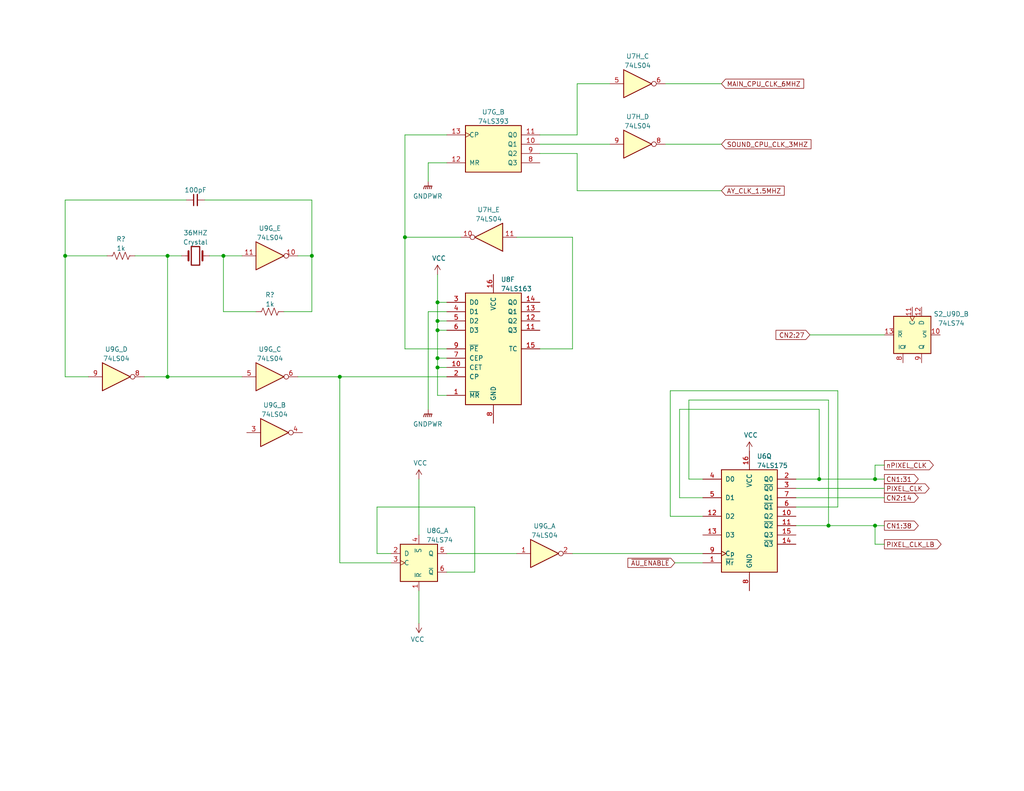
<source format=kicad_sch>
(kicad_sch (version 20211123) (generator eeschema)
  (paper "A")
  (title_block (title "Slapfight Arcade PCB") (company "Schematics created by Neil Ward & Anton Gale"))
  (lib_symbols
    (symbol "74xx:74LS04"
      (property "Reference" "U" (at 0 1.27 0))
      (property "Value" "74LS04" (at 0 -1.27 0))
      (symbol "74LS04_1_0"
        (polyline (pts (xy -3.81 3.81) (xy -3.81 -3.81) (xy 3.81 0) (xy -3.81 3.81)) (stroke (width 0.254)) (fill (type background)))
        (pin input line (at -7.62 0 0) (length 3.81) (name "~") (number "1"))
        (pin output inverted (at 7.62 0 180) (length 3.81) (name "~") (number "2"))
      )
      (symbol "74LS04_2_0"
        (polyline (pts (xy -3.81 3.81) (xy -3.81 -3.81) (xy 3.81 0) (xy -3.81 3.81)) (stroke (width 0.254)) (fill (type background)))
        (pin input line (at -7.62 0 0) (length 3.81) (name "~") (number "3"))
        (pin output inverted (at 7.62 0 180) (length 3.81) (name "~") (number "4"))
      )
      (symbol "74LS04_3_0"
        (polyline (pts (xy -3.81 3.81) (xy -3.81 -3.81) (xy 3.81 0) (xy -3.81 3.81)) (stroke (width 0.254)) (fill (type background)))
        (pin input line (at -7.62 0 0) (length 3.81) (name "~") (number "5"))
        (pin output inverted (at 7.62 0 180) (length 3.81) (name "~") (number "6"))
      )
      (symbol "74LS04_4_0"
        (polyline (pts (xy -3.81 3.81) (xy -3.81 -3.81) (xy 3.81 0) (xy -3.81 3.81)) (stroke (width 0.254)) (fill (type background)))
        (pin output inverted (at 7.62 0 180) (length 3.81) (name "~") (number "8"))
        (pin input line (at -7.62 0 0) (length 3.81) (name "~") (number "9"))
      )
      (symbol "74LS04_5_0"
        (polyline (pts (xy -3.81 3.81) (xy -3.81 -3.81) (xy 3.81 0) (xy -3.81 3.81)) (stroke (width 0.254)) (fill (type background)))
        (pin output inverted (at 7.62 0 180) (length 3.81) (name "~") (number "10"))
        (pin input line (at -7.62 0 0) (length 3.81) (name "~") (number "11"))
      )
      (symbol "74LS04_6_0"
        (polyline (pts (xy -3.81 3.81) (xy -3.81 -3.81) (xy 3.81 0) (xy -3.81 3.81)) (stroke (width 0.254)) (fill (type background)))
        (pin output inverted (at 7.62 0 180) (length 3.81) (name "~") (number "12"))
        (pin input line (at -7.62 0 0) (length 3.81) (name "~") (number "13"))
      )
      (symbol "74LS04_7_0"
        (pin power_in line (at 0 12.7 270) (length 5.08) (name "VCC") (number "14"))
        (pin power_in line (at 0 -12.7 90) (length 5.08) (name "GND") (number "7"))
      )
      (symbol "74LS04_7_1"
        (rectangle (start -5.08 7.62) (end 5.08 -7.62) (stroke (width 0.254)) (fill (type background)))
      )
    )
    (symbol "74xx:74LS163" (pin_names (offset 1.016))
      (property "Reference" "U" (at -7.62 16.51 0))
      (property "Value" "74LS163" (at -7.62 -16.51 0))
      (symbol "74LS163_1_0"
        (pin input line (at -12.7 -12.7 0) (length 5.08) (name "~{MR}") (number "1"))
        (pin input line (at -12.7 -5.08 0) (length 5.08) (name "CET") (number "10"))
        (pin output line (at 12.7 5.08 180) (length 5.08) (name "Q3") (number "11"))
        (pin output line (at 12.7 7.62 180) (length 5.08) (name "Q2") (number "12"))
        (pin output line (at 12.7 10.16 180) (length 5.08) (name "Q1") (number "13"))
        (pin output line (at 12.7 12.7 180) (length 5.08) (name "Q0") (number "14"))
        (pin output line (at 12.7 0 180) (length 5.08) (name "TC") (number "15"))
        (pin power_in line (at 0 20.32 270) (length 5.08) (name "VCC") (number "16"))
        (pin input line (at -12.7 -7.62 0) (length 5.08) (name "CP") (number "2"))
        (pin input line (at -12.7 12.7 0) (length 5.08) (name "D0") (number "3"))
        (pin input line (at -12.7 10.16 0) (length 5.08) (name "D1") (number "4"))
        (pin input line (at -12.7 7.62 0) (length 5.08) (name "D2") (number "5"))
        (pin input line (at -12.7 5.08 0) (length 5.08) (name "D3") (number "6"))
        (pin input line (at -12.7 -2.54 0) (length 5.08) (name "CEP") (number "7"))
        (pin power_in line (at 0 -20.32 90) (length 5.08) (name "GND") (number "8"))
        (pin input line (at -12.7 0 0) (length 5.08) (name "~{PE}") (number "9"))
      )
      (symbol "74LS163_1_1"
        (rectangle (start -7.62 15.24) (end 7.62 -15.24) (stroke (width 0.254)) (fill (type background)))
      )
    )
    (symbol "74xx:74LS175" (pin_names (offset 1.016))
      (property "Reference" "U" (at -7.62 13.97 0))
      (property "Value" "74LS175" (at -7.62 -16.51 0))
      (symbol "74LS175_1_0"
        (pin input line (at -12.7 -12.7 0) (length 5.08) (name "~{Mr}") (number "1"))
        (pin output line (at 12.7 0 180) (length 5.08) (name "Q2") (number "10"))
        (pin output line (at 12.7 -2.54 180) (length 5.08) (name "~{Q2}") (number "11"))
        (pin input line (at -12.7 0 0) (length 5.08) (name "D2") (number "12"))
        (pin input line (at -12.7 -5.08 0) (length 5.08) (name "D3") (number "13"))
        (pin output line (at 12.7 -7.62 180) (length 5.08) (name "~{Q3}") (number "14"))
        (pin output line (at 12.7 -5.08 180) (length 5.08) (name "Q3") (number "15"))
        (pin power_in line (at 0 17.78 270) (length 5.08) (name "VCC") (number "16"))
        (pin output line (at 12.7 10.16 180) (length 5.08) (name "Q0") (number "2"))
        (pin output line (at 12.7 7.62 180) (length 5.08) (name "~{Q0}") (number "3"))
        (pin input line (at -12.7 10.16 0) (length 5.08) (name "D0") (number "4"))
        (pin input line (at -12.7 5.08 0) (length 5.08) (name "D1") (number "5"))
        (pin output line (at 12.7 2.54 180) (length 5.08) (name "~{Q1}") (number "6"))
        (pin output line (at 12.7 5.08 180) (length 5.08) (name "Q1") (number "7"))
        (pin power_in line (at 0 -20.32 90) (length 5.08) (name "GND") (number "8"))
        (pin input clock (at -12.7 -10.16 0) (length 5.08) (name "Cp") (number "9"))
      )
      (symbol "74LS175_1_1"
        (rectangle (start -7.62 12.7) (end 7.62 -15.24) (stroke (width 0.254)) (fill (type background)))
      )
    )
    (symbol "74xx:74LS393" (pin_names (offset 1.016))
      (property "Reference" "U" (at -7.62 8.89 0))
      (property "Value" "74LS393" (at -7.62 -8.89 0))
      (symbol "74LS393_1_0"
        (pin input clock (at -12.7 2.54 0) (length 5.08) (name "CP") (number "1"))
        (pin input line (at -12.7 -5.08 0) (length 5.08) (name "MR") (number "2"))
        (pin output line (at 12.7 2.54 180) (length 5.08) (name "Q0") (number "3"))
        (pin output line (at 12.7 0 180) (length 5.08) (name "Q1") (number "4"))
        (pin output line (at 12.7 -2.54 180) (length 5.08) (name "Q2") (number "5"))
        (pin output line (at 12.7 -5.08 180) (length 5.08) (name "Q3") (number "6"))
      )
      (symbol "74LS393_1_1"
        (rectangle (start -7.62 5.08) (end 7.62 -7.62) (stroke (width 0.254)) (fill (type background)))
      )
      (symbol "74LS393_2_0"
        (pin output line (at 12.7 0 180) (length 5.08) (name "Q1") (number "10"))
        (pin output line (at 12.7 2.54 180) (length 5.08) (name "Q0") (number "11"))
        (pin input line (at -12.7 -5.08 0) (length 5.08) (name "MR") (number "12"))
        (pin input clock (at -12.7 2.54 0) (length 5.08) (name "CP") (number "13"))
        (pin output line (at 12.7 -5.08 180) (length 5.08) (name "Q3") (number "8"))
        (pin output line (at 12.7 -2.54 180) (length 5.08) (name "Q2") (number "9"))
      )
      (symbol "74LS393_2_1"
        (rectangle (start -7.62 5.08) (end 7.62 -7.62) (stroke (width 0.254)) (fill (type background)))
      )
      (symbol "74LS393_3_0"
        (pin power_in line (at 0 12.7 270) (length 5.08) (name "VCC") (number "14"))
        (pin power_in line (at 0 -12.7 90) (length 5.08) (name "GND") (number "7"))
      )
      (symbol "74LS393_3_1"
        (rectangle (start -5.08 7.62) (end 5.08 -7.62) (stroke (width 0.254)) (fill (type background)))
      )
    )
    (symbol "74xx:74LS74" (pin_names (offset 1.016))
      (property "Reference" "U" (at -7.62 8.89 0))
      (property "Value" "74LS74" (at -7.62 -8.89 0))
      (symbol "74LS74_1_0"
        (pin input line (at 0 -7.62 90) (length 2.54) (name "~{R}") (number "1"))
        (pin input line (at -7.62 2.54 0) (length 2.54) (name "D") (number "2"))
        (pin input clock (at -7.62 0 0) (length 2.54) (name "C") (number "3"))
        (pin input line (at 0 7.62 270) (length 2.54) (name "~{S}") (number "4"))
        (pin output line (at 7.62 2.54 180) (length 2.54) (name "Q") (number "5"))
        (pin output line (at 7.62 -2.54 180) (length 2.54) (name "~{Q}") (number "6"))
      )
      (symbol "74LS74_1_1"
        (rectangle (start -5.08 5.08) (end 5.08 -5.08) (stroke (width 0.254)) (fill (type background)))
      )
      (symbol "74LS74_2_0"
        (pin input line (at 0 7.62 270) (length 2.54) (name "~{S}") (number "10"))
        (pin input clock (at -7.62 0 0) (length 2.54) (name "C") (number "11"))
        (pin input line (at -7.62 2.54 0) (length 2.54) (name "D") (number "12"))
        (pin input line (at 0 -7.62 90) (length 2.54) (name "~{R}") (number "13"))
        (pin output line (at 7.62 -2.54 180) (length 2.54) (name "~{Q}") (number "8"))
        (pin output line (at 7.62 2.54 180) (length 2.54) (name "Q") (number "9"))
      )
      (symbol "74LS74_2_1"
        (rectangle (start -5.08 5.08) (end 5.08 -5.08) (stroke (width 0.254)) (fill (type background)))
      )
      (symbol "74LS74_3_0"
        (pin power_in line (at 0 10.16 270) (length 2.54) (name "VCC") (number "14"))
        (pin power_in line (at 0 -10.16 90) (length 2.54) (name "GND") (number "7"))
      )
      (symbol "74LS74_3_1"
        (rectangle (start -5.08 7.62) (end 5.08 -7.62) (stroke (width 0.254)) (fill (type background)))
      )
    )
    (symbol "Device:C_Small" (pin_numbers hide) (pin_names (offset 0.254) hide)
      (property "Reference" "C" (at 0.254 1.778 0))
      (property "Value" "C_Small" (at 0.254 -2.032 0))
      (symbol "C_Small_0_1"
        (polyline (pts (xy -1.524 -0.508) (xy 1.524 -0.508)) (stroke (width 0.3302)))
        (polyline (pts (xy -1.524 0.508) (xy 1.524 0.508)) (stroke (width 0.3048)))
      )
      (symbol "C_Small_1_1"
        (pin passive line (at 0 2.54 270) (length 2.032) (name "~") (number "1"))
        (pin passive line (at 0 -2.54 90) (length 2.032) (name "~") (number "2"))
      )
    )
    (symbol "Device:Crystal" (pin_numbers hide) (pin_names (offset 1.016) hide)
      (property "Reference" "Y" (at 0 3.81 0))
      (property "Value" "Crystal" (at 0 -3.81 0))
      (symbol "Crystal_0_1"
        (rectangle (start -1.143 2.54) (end 1.143 -2.54) (stroke (width 0.3048)))
        (polyline (pts (xy -2.54 0) (xy -1.905 0)))
        (polyline (pts (xy -1.905 -1.27) (xy -1.905 1.27)) (stroke (width 0.508)))
        (polyline (pts (xy 1.905 -1.27) (xy 1.905 1.27)) (stroke (width 0.508)))
        (polyline (pts (xy 2.54 0) (xy 1.905 0)))
      )
      (symbol "Crystal_1_1"
        (pin passive line (at -3.81 0 0) (length 1.27) (name "1") (number "1"))
        (pin passive line (at 3.81 0 180) (length 1.27) (name "2") (number "2"))
      )
    )
    (symbol "Device:R_US" (pin_numbers hide) (pin_names (offset 0))
      (property "Reference" "R" (at 2.54 0 90))
      (property "Value" "R_US" (at -2.54 0 90))
      (symbol "R_US_0_1"
        (polyline (pts (xy 0 -2.286) (xy 0 -2.54)))
        (polyline (pts (xy 0 2.286) (xy 0 2.54)))
        (polyline (pts (xy 0 -0.762) (xy 1.016 -1.143) (xy 0 -1.524) (xy -1.016 -1.905) (xy 0 -2.286)))
        (polyline (pts (xy 0 0.762) (xy 1.016 0.381) (xy 0 0) (xy -1.016 -0.381) (xy 0 -0.762)))
        (polyline (pts (xy 0 2.286) (xy 1.016 1.905) (xy 0 1.524) (xy -1.016 1.143) (xy 0 0.762)))
      )
      (symbol "R_US_1_1"
        (pin passive line (at 0 3.81 270) (length 1.27) (name "~") (number "1"))
        (pin passive line (at 0 -3.81 90) (length 1.27) (name "~") (number "2"))
      )
    )
    (symbol "power:GNDPWR" (power) (pin_names (offset 0))
      (property "Value" "GNDPWR" (at 0 -3.302 0))
      (symbol "GNDPWR_0_1"
        (polyline (pts (xy 0 -1.27) (xy 0 0)))
        (polyline (pts (xy -1.016 -1.27) (xy -1.27 -2.032) (xy -1.27 -2.032)) (stroke (width 0.2032)))
        (polyline (pts (xy -0.508 -1.27) (xy -0.762 -2.032) (xy -0.762 -2.032)) (stroke (width 0.2032)))
        (polyline (pts (xy 0 -1.27) (xy -0.254 -2.032) (xy -0.254 -2.032)) (stroke (width 0.2032)))
        (polyline (pts (xy 0.508 -1.27) (xy 0.254 -2.032) (xy 0.254 -2.032)) (stroke (width 0.2032)))
        (polyline (pts (xy 1.016 -1.27) (xy -1.016 -1.27) (xy -1.016 -1.27)) (stroke (width 0.2032)))
        (polyline (pts (xy 1.016 -1.27) (xy 0.762 -2.032) (xy 0.762 -2.032) (xy 0.762 -2.032)) (stroke (width 0.2032)))
      )
      (symbol "GNDPWR_1_1"
        (pin power_in line (at 0 0 270) (length 0) hide (name "GNDPWR") (number "1"))
      )
    )
    (symbol "power:VCC" (power) (pin_names (offset 0))
      (property "Value" "VCC" (at 0 3.81 0))
      (symbol "VCC_0_1"
        (polyline (pts (xy -0.762 1.27) (xy 0 2.54)))
        (polyline (pts (xy 0 0) (xy 0 2.54)))
        (polyline (pts (xy 0 2.54) (xy 0.762 1.27)))
      )
      (symbol "VCC_1_1"
        (pin power_in line (at 0 0 90) (length 0) hide (name "VCC") (number "1"))
      )
    )
  )
  (junction (at 238.76 143.51))
  (junction (at 92.71 102.87))
  (junction (at 119.38 87.63))
  (junction (at 223.52 130.81))
  (junction (at 45.72 69.85))
  (junction (at 119.38 97.79))
  (junction (at 238.76 130.81))
  (junction (at 226.06 143.51))
  (junction (at 17.78 69.85))
  (junction (at 119.38 82.55))
  (junction (at 45.72 102.87))
  (junction (at 60.96 69.85))
  (junction (at 119.38 90.17))
  (junction (at 119.38 100.33))
  (junction (at 85.09 69.85))
  (junction (at 110.49 64.77))
  (wire (pts (xy 238.76 148.59) (xy 241.3 148.59)))
  (wire (pts (xy 181.61 22.86) (xy 196.85 22.86)))
  (wire (pts (xy 157.48 22.86) (xy 166.37 22.86)))
  (wire (pts (xy 24.13 102.87) (xy 17.78 102.87)))
  (wire (pts (xy 191.77 130.81) (xy 187.96 130.81)))
  (wire (pts (xy 60.96 69.85) (xy 60.96 85.09)))
  (wire (pts (xy 45.72 69.85) (xy 45.72 102.87)))
  (wire (pts (xy 184.15 153.67) (xy 191.77 153.67)))
  (wire (pts (xy 50.8 54.61) (xy 17.78 54.61)))
  (wire (pts (xy 121.92 156.21) (xy 129.54 156.21)))
  (wire (pts (xy 60.96 69.85) (xy 66.04 69.85)))
  (wire (pts (xy 17.78 54.61) (xy 17.78 69.85)))
  (wire (pts (xy 223.52 130.81) (xy 223.52 111.76)))
  (wire (pts (xy 119.38 100.33) (xy 121.92 100.33)))
  (wire (pts (xy 116.84 44.45) (xy 116.84 49.53)))
  (wire (pts (xy 17.78 69.85) (xy 29.21 69.85)))
  (wire (pts (xy 81.28 69.85) (xy 85.09 69.85)))
  (wire (pts (xy 185.42 135.89) (xy 191.77 135.89)))
  (wire (pts (xy 129.54 156.21) (xy 129.54 138.43)))
  (wire (pts (xy 85.09 69.85) (xy 85.09 85.09)))
  (wire (pts (xy 110.49 95.25) (xy 110.49 64.77)))
  (wire (pts (xy 157.48 36.83) (xy 157.48 22.86)))
  (wire (pts (xy 182.88 140.97) (xy 191.77 140.97)))
  (wire (pts (xy 156.21 64.77) (xy 140.97 64.77)))
  (wire (pts (xy 92.71 153.67) (xy 106.68 153.67)))
  (wire (pts (xy 226.06 143.51) (xy 217.17 143.51)))
  (wire (pts (xy 119.38 100.33) (xy 119.38 107.95)))
  (wire (pts (xy 119.38 97.79) (xy 121.92 97.79)))
  (wire (pts (xy 116.84 85.09) (xy 121.92 85.09)))
  (wire (pts (xy 36.83 69.85) (xy 45.72 69.85)))
  (wire (pts (xy 238.76 130.81) (xy 241.3 130.81)))
  (wire (pts (xy 147.32 36.83) (xy 157.48 36.83)))
  (wire (pts (xy 121.92 102.87) (xy 92.71 102.87)))
  (wire (pts (xy 228.6 106.68) (xy 182.88 106.68)))
  (wire (pts (xy 69.85 85.09) (xy 60.96 85.09)))
  (wire (pts (xy 110.49 36.83) (xy 121.92 36.83)))
  (wire (pts (xy 45.72 69.85) (xy 49.53 69.85)))
  (wire (pts (xy 92.71 102.87) (xy 92.71 153.67)))
  (wire (pts (xy 217.17 135.89) (xy 241.3 135.89)))
  (wire (pts (xy 121.92 107.95) (xy 119.38 107.95)))
  (wire (pts (xy 187.96 109.22) (xy 226.06 109.22)))
  (wire (pts (xy 119.38 87.63) (xy 119.38 90.17)))
  (wire (pts (xy 217.17 133.35) (xy 241.3 133.35)))
  (wire (pts (xy 119.38 74.93) (xy 119.38 82.55)))
  (wire (pts (xy 185.42 111.76) (xy 185.42 135.89)))
  (wire (pts (xy 55.88 54.61) (xy 85.09 54.61)))
  (wire (pts (xy 226.06 109.22) (xy 226.06 143.51)))
  (wire (pts (xy 110.49 64.77) (xy 110.49 36.83)))
  (wire (pts (xy 121.92 95.25) (xy 110.49 95.25)))
  (wire (pts (xy 238.76 127) (xy 238.76 130.81)))
  (wire (pts (xy 147.32 95.25) (xy 156.21 95.25)))
  (wire (pts (xy 119.38 87.63) (xy 121.92 87.63)))
  (wire (pts (xy 129.54 138.43) (xy 102.87 138.43)))
  (wire (pts (xy 85.09 54.61) (xy 85.09 69.85)))
  (wire (pts (xy 156.21 151.13) (xy 191.77 151.13)))
  (wire (pts (xy 182.88 106.68) (xy 182.88 140.97)))
  (wire (pts (xy 110.49 64.77) (xy 125.73 64.77)))
  (wire (pts (xy 181.61 39.37) (xy 196.85 39.37)))
  (wire (pts (xy 217.17 138.43) (xy 228.6 138.43)))
  (wire (pts (xy 228.6 138.43) (xy 228.6 106.68)))
  (wire (pts (xy 157.48 41.91) (xy 157.48 52.07)))
  (wire (pts (xy 119.38 90.17) (xy 119.38 97.79)))
  (wire (pts (xy 241.3 127) (xy 238.76 127)))
  (wire (pts (xy 238.76 143.51) (xy 241.3 143.51)))
  (wire (pts (xy 116.84 85.09) (xy 116.84 111.76)))
  (wire (pts (xy 217.17 130.81) (xy 223.52 130.81)))
  (wire (pts (xy 223.52 111.76) (xy 185.42 111.76)))
  (wire (pts (xy 187.96 130.81) (xy 187.96 109.22)))
  (wire (pts (xy 147.32 39.37) (xy 166.37 39.37)))
  (wire (pts (xy 238.76 143.51) (xy 238.76 148.59)))
  (wire (pts (xy 121.92 151.13) (xy 140.97 151.13)))
  (wire (pts (xy 57.15 69.85) (xy 60.96 69.85)))
  (wire (pts (xy 114.3 130.81) (xy 114.3 146.05)))
  (wire (pts (xy 119.38 90.17) (xy 121.92 90.17)))
  (wire (pts (xy 17.78 102.87) (xy 17.78 69.85)))
  (wire (pts (xy 119.38 97.79) (xy 119.38 100.33)))
  (wire (pts (xy 119.38 82.55) (xy 121.92 82.55)))
  (wire (pts (xy 81.28 102.87) (xy 92.71 102.87)))
  (wire (pts (xy 223.52 130.81) (xy 238.76 130.81)))
  (wire (pts (xy 45.72 102.87) (xy 66.04 102.87)))
  (wire (pts (xy 102.87 138.43) (xy 102.87 151.13)))
  (wire (pts (xy 156.21 95.25) (xy 156.21 64.77)))
  (wire (pts (xy 226.06 143.51) (xy 238.76 143.51)))
  (wire (pts (xy 114.3 161.29) (xy 114.3 170.18)))
  (wire (pts (xy 39.37 102.87) (xy 45.72 102.87)))
  (wire (pts (xy 157.48 52.07) (xy 196.85 52.07)))
  (wire (pts (xy 147.32 41.91) (xy 157.48 41.91)))
  (wire (pts (xy 116.84 44.45) (xy 121.92 44.45)))
  (wire (pts (xy 220.98 91.44) (xy 241.3 91.44)))
  (wire (pts (xy 102.87 151.13) (xy 106.68 151.13)))
  (wire (pts (xy 119.38 82.55) (xy 119.38 87.63)))
  (wire (pts (xy 85.09 85.09) (xy 77.47 85.09)))
  (global_label "PIXEL_CLK" (shape output) (at 241.3 133.35 0) (property "Intersheet References" "${INTERSHEET_REFS}" (effects hide)))
  (global_label "SOUND_CPU_CLK_3MHZ" (shape input) (at 196.85 39.37 0) (property "Intersheet References" "${INTERSHEET_REFS}" (effects hide)))
  (global_label "AY_CLK_1.5MHZ" (shape input) (at 196.85 52.07 0) (property "Intersheet References" "${INTERSHEET_REFS}" (effects hide)))
  (global_label "CN1:38" (shape output) (at 241.3 143.51 0) (property "Intersheet References" "${INTERSHEET_REFS}" (effects hide)))
  (global_label "MAIN_CPU_CLK_6MHZ" (shape input) (at 196.85 22.86 0) (property "Intersheet References" "${INTERSHEET_REFS}" (effects hide)))
  (global_label "CN2:14" (shape output) (at 241.3 135.89 0) (property "Intersheet References" "${INTERSHEET_REFS}" (effects hide)))
  (global_label "~{AU_ENABLE}" (shape input) (at 184.15 153.67 180) (property "Intersheet References" "${INTERSHEET_REFS}" (effects hide)))
  (global_label "CN1:31" (shape output) (at 241.3 130.81 0) (property "Intersheet References" "${INTERSHEET_REFS}" (effects hide)))
  (global_label "PIXEL_CLK_LB" (shape output) (at 241.3 148.59 0) (property "Intersheet References" "${INTERSHEET_REFS}" (effects hide)))
  (global_label "nPIXEL_CLK" (shape output) (at 241.3 127 0) (property "Intersheet References" "${INTERSHEET_REFS}" (effects hide)))
  (global_label "CN2:27" (shape input) (at 220.98 91.44 180) (property "Intersheet References" "${INTERSHEET_REFS}" (effects hide)))
  (symbol (lib_id "power:GNDPWR") (at 116.84 111.76 0) (unit 1)
    (property "Reference" "#PWR0104" (effects hide))
    (property "Value" "GNDPWR" (at 116.713 115.797 0))
  )
  (symbol (lib_id "Device:Crystal") (at 53.34 69.85 0) (unit 1)
    (property "Reference" "36MHZ" (at 53.34 63.5848 0))
    (property "Value" "Crystal" (at 53.34 66.1217 0))
  )
  (symbol (lib_id "Device:R_US") (at 73.66 85.09 90) (unit 1)
    (property "Reference" "R?" (at 73.66 80.5012 90))
    (property "Value" "1k" (at 73.66 83.0381 90))
  )
  (symbol (lib_id "74xx:74LS04") (at 31.75 102.87 0) (unit 4)
    (property "Reference" "U9G_" (at 31.75 95.3602 0))
    (property "Value" "74LS04" (at 31.75 97.8971 0))
    (property "Datasheet" "http://www.ti.com/lit/gpn/sn74LS04" (effects hide))
  )
  (symbol (lib_id "power:VCC") (at 114.3 130.81 0) (unit 1)
    (property "Reference" "#PWR0105" (effects hide))
    (property "Value" "VCC" (at 114.681 126.4158 0))
  )
  (symbol (lib_id "74xx:74LS163") (at 134.62 95.25 0) (unit 1)
    (property "Reference" "U8F" (at 136.6394 76.3102 0) (effects (justify left)))
    (property "Value" "74LS163" (at 136.6394 78.8471 0) (effects (justify left)))
    (property "Datasheet" "http://www.ti.com/lit/gpn/sn74LS163" (effects hide))
  )
  (symbol (lib_id "74xx:74LS04") (at 74.93 118.11 0) (unit 2)
    (property "Reference" "U9G_" (at 74.93 110.6002 0))
    (property "Value" "74LS04" (at 74.93 113.1371 0))
    (property "Datasheet" "http://www.ti.com/lit/gpn/sn74LS04" (effects hide))
  )
  (symbol (lib_id "Device:C_Small") (at 53.34 54.61 90) (unit 1)
    (property "Reference" "C?" (effects hide))
    (property "Value" "100pF" (at 53.3463 51.8851 90))
  )
  (symbol (lib_id "power:VCC") (at 114.3 170.18 180) (unit 1)
    (property "Reference" "#PWR0106" (effects hide))
    (property "Value" "VCC" (at 113.919 174.5742 0))
  )
  (symbol (lib_id "power:GNDPWR") (at 116.84 49.53 0) (unit 1)
    (property "Reference" "#PWR0101" (effects hide))
    (property "Value" "GNDPWR" (at 116.713 53.567 0))
  )
  (symbol (lib_id "74xx:74LS74") (at 248.92 91.44 270) (unit 2)
    (property "Reference" "S2_U9D_" (at 259.5585 85.7335 90))
    (property "Value" "74LS74" (at 259.5585 88.2704 90))
    (property "Datasheet" "74xx/74hc_hct74.pdf" (effects hide))
  )
  (symbol (lib_id "74xx:74LS04") (at 73.66 69.85 0) (unit 5)
    (property "Reference" "U9G_" (at 73.66 62.3402 0))
    (property "Value" "74LS04" (at 73.66 64.8771 0))
    (property "Datasheet" "http://www.ti.com/lit/gpn/sn74LS04" (effects hide))
  )
  (symbol (lib_id "74xx:74LS393") (at 134.62 39.37 0) (unit 2)
    (property "Reference" "U7G_" (at 134.62 30.5902 0))
    (property "Value" "74LS393" (at 134.62 33.1271 0))
    (property "Datasheet" "74xx\\74LS393.pdf" (effects hide))
  )
  (symbol (lib_id "power:VCC") (at 204.47 123.19 0) (unit 1)
    (property "Reference" "#PWR0103" (effects hide))
    (property "Value" "VCC" (at 204.851 118.7958 0))
  )
  (symbol (lib_id "74xx:74LS04") (at 148.59 151.13 0) (unit 1)
    (property "Reference" "U9G_" (at 148.59 143.6202 0))
    (property "Value" "74LS04" (at 148.59 146.1571 0))
    (property "Datasheet" "http://www.ti.com/lit/gpn/sn74LS04" (effects hide))
  )
  (symbol (lib_id "74xx:74LS74") (at 114.3 153.67 0) (unit 1)
    (property "Reference" "U8G_" (at 116.3194 144.8902 0) (effects (justify left)))
    (property "Value" "74LS74" (at 116.3194 147.4271 0) (effects (justify left)))
    (property "Datasheet" "74xx/74hc_hct74.pdf" (effects hide))
  )
  (symbol (lib_id "74xx:74LS04") (at 73.66 102.87 0) (unit 3)
    (property "Reference" "U9G_" (at 73.66 95.3602 0))
    (property "Value" "74LS04" (at 73.66 97.8971 0))
    (property "Datasheet" "http://www.ti.com/lit/gpn/sn74LS04" (effects hide))
  )
  (symbol (lib_id "74xx:74LS04") (at 173.99 39.37 0) (unit 4)
    (property "Reference" "U7H_" (at 173.99 31.8602 0))
    (property "Value" "74LS04" (at 173.99 34.3971 0))
    (property "Datasheet" "http://www.ti.com/lit/gpn/sn74LS04" (effects hide))
  )
  (symbol (lib_id "power:VCC") (at 119.38 74.93 0) (unit 1)
    (property "Reference" "#PWR0102" (effects hide))
    (property "Value" "VCC" (at 119.761 70.5358 0))
  )
  (symbol (lib_id "74xx:74LS175") (at 204.47 140.97 0) (unit 1)
    (property "Reference" "U6Q" (at 206.4894 124.5702 0) (effects (justify left)))
    (property "Value" "74LS175" (at 206.4894 127.1071 0) (effects (justify left)))
    (property "Datasheet" "http://www.ti.com/lit/gpn/sn74LS175" (effects hide))
  )
  (symbol (lib_id "Device:R_US") (at 33.02 69.85 90) (unit 1)
    (property "Reference" "R?" (at 33.02 65.2612 90))
    (property "Value" "1k" (at 33.02 67.7981 90))
  )
  (symbol (lib_id "74xx:74LS04") (at 133.35 64.77 180) (unit 5)
    (property "Reference" "U7H_" (at 133.35 57.2602 0))
    (property "Value" "74LS04" (at 133.35 59.7971 0))
    (property "Datasheet" "http://www.ti.com/lit/gpn/sn74LS04" (effects hide))
  )
  (symbol (lib_id "74xx:74LS04") (at 173.99 22.86 0) (unit 3)
    (property "Reference" "U7H_" (at 173.99 15.3502 0))
    (property "Value" "74LS04" (at 173.99 17.8871 0))
    (property "Datasheet" "http://www.ti.com/lit/gpn/sn74LS04" (effects hide))
  )
)
</source>
